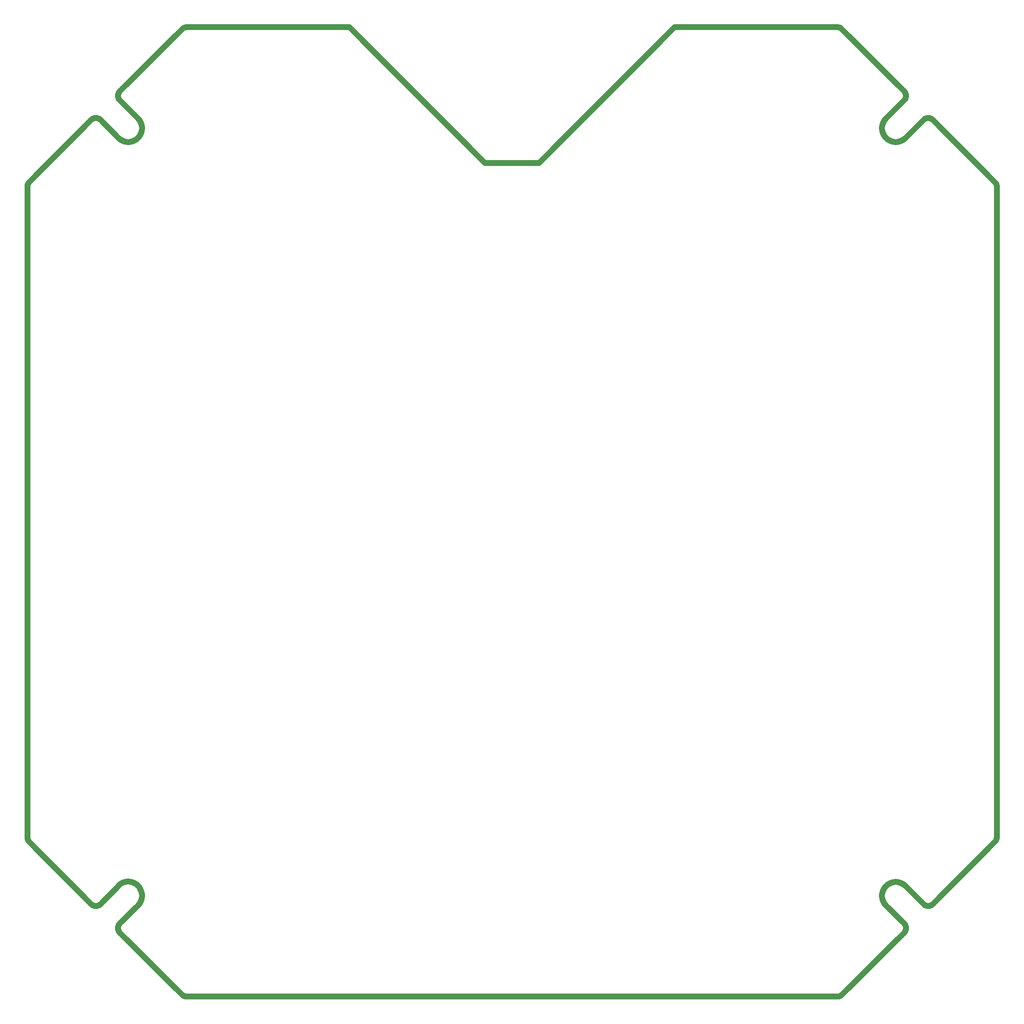
<source format=gm1>
G04*
G04 #@! TF.GenerationSoftware,Altium Limited,Altium Designer,21.9.2 (33)*
G04*
G04 Layer_Color=16711935*
%FSLAX25Y25*%
%MOIN*%
G70*
G04*
G04 #@! TF.SameCoordinates,F288ADE3-11F9-4013-B332-8579F702BAE8*
G04*
G04*
G04 #@! TF.FilePolarity,Positive*
G04*
G01*
G75*
%ADD164C,0.04724*%
D164*
X78774Y200393D02*
X93289Y214908D01*
X77399Y198719D02*
X78774Y200393D01*
X-527229Y-409659D02*
X-525073Y-409871D01*
X-529384D02*
X-527229Y-409659D01*
X-525073Y-409871D02*
X-523000Y-410500D01*
X-521090Y-411521D02*
X-519415Y-412895D01*
X-519285Y-428921D02*
X-517911Y-427246D01*
X-519415Y-412895D02*
X-518041Y-414570D01*
X-517911Y-427246D02*
X-516890Y-425336D01*
X-517911Y-414968D02*
X-516890Y-416878D01*
Y-425336D02*
X-516261Y-423263D01*
X-516890Y-416878D02*
X-516261Y-418951D01*
Y-423263D02*
X-516049Y-421107D01*
X-516261Y-418951D02*
X-516049Y-421107D01*
X-90148Y273236D02*
X39961D01*
X-198648Y164736D02*
X-90148Y273236D01*
X-480472D02*
X-350364D01*
X-241864Y164736D01*
X-198648D01*
X-481766Y273066D02*
X-480472Y273236D01*
X39961D02*
X41255Y273066D01*
X165780Y149488D02*
X166574Y148453D01*
X167074Y147247D01*
X167244Y145953D01*
Y-374480D02*
Y145953D01*
X167074Y-375774D02*
X167244Y-374480D01*
X166574Y-376980D02*
X167074Y-375774D01*
X165780Y-378016D02*
X166574Y-376980D01*
X115987Y-427808D02*
X165780Y-378016D01*
X115112Y-428507D02*
X115987Y-427808D01*
X114103Y-428992D02*
X115112Y-428507D01*
X113011Y-429242D02*
X114103Y-428992D01*
X111892Y-429242D02*
X113011D01*
X110800Y-428992D02*
X111892Y-429242D01*
X109791Y-428507D02*
X110800Y-428992D01*
X108916Y-427808D02*
X109791Y-428507D01*
X94401Y-413293D02*
X108916Y-427808D01*
X92726Y-411919D02*
X94401Y-413293D01*
X90816Y-410898D02*
X92726Y-411919D01*
X88743Y-410269D02*
X90816Y-410898D01*
X86587Y-410057D02*
X88743Y-410269D01*
X84432D02*
X86587Y-410057D01*
X82359Y-410898D02*
X84432Y-410269D01*
X80448Y-411919D02*
X82359Y-410898D01*
X78774Y-413293D02*
X80448Y-411919D01*
X77400Y-414968D02*
X78774Y-413293D01*
X76378Y-416878D02*
X77400Y-414968D01*
X75750Y-418951D02*
X76378Y-416878D01*
X75537Y-421107D02*
X75750Y-418951D01*
X75537Y-421107D02*
X75750Y-423263D01*
X76378Y-425336D01*
X77400Y-427246D01*
X78774Y-428920D01*
X93289Y-443435D01*
X93987Y-444311D01*
X94473Y-445320D01*
X94722Y-446411D01*
Y-447531D02*
Y-446411D01*
X94473Y-448622D02*
X94722Y-447531D01*
X93987Y-449631D02*
X94473Y-448622D01*
X93289Y-450507D02*
X93987Y-449631D01*
X43496Y-500299D02*
X93289Y-450507D01*
X42461Y-501094D02*
X43496Y-500299D01*
X41255Y-501593D02*
X42461Y-501094D01*
X39961Y-501764D02*
X41255Y-501593D01*
X-480472Y-501764D02*
X39961Y-501764D01*
X-481766Y-501593D02*
X-480472Y-501764D01*
X-482972Y-501094D02*
X-481766Y-501593D01*
X-484008Y-500299D02*
X-482972Y-501094D01*
X-533801Y-450507D02*
X-484008Y-500299D01*
X-534499Y-449631D02*
X-533801Y-450507D01*
X-534984Y-448623D02*
X-534499Y-449631D01*
X-535234Y-447531D02*
X-534984Y-448623D01*
X-535234Y-447531D02*
Y-446411D01*
X-534984Y-445320D01*
X-534499Y-444311D01*
X-533801Y-443435D01*
X-519285Y-428921D01*
X-523000Y-410500D02*
X-521090Y-411521D01*
X-531457Y-410500D02*
X-529384Y-409871D01*
X-533368Y-411521D02*
X-531457Y-410500D01*
X-535042Y-412895D02*
X-533368Y-411521D01*
X-549428Y-427809D02*
X-534912Y-413293D01*
X-550303Y-428507D02*
X-549428Y-427809D01*
X-551312Y-428992D02*
X-550303Y-428507D01*
X-552403Y-429242D02*
X-551312Y-428992D01*
X-553523Y-429242D02*
X-552403D01*
X-554614Y-428992D02*
X-553523Y-429242D01*
X-555623Y-428507D02*
X-554614Y-428992D01*
X-556499Y-427809D02*
X-555623Y-428507D01*
X-606291Y-378016D02*
X-556499Y-427809D01*
X-607086Y-376980D02*
X-606291Y-378016D01*
X-607585Y-375774D02*
X-607086Y-376980D01*
X-607756Y-374480D02*
X-607585Y-375774D01*
X-607756Y145953D02*
X-607756Y-374480D01*
X-607756Y145953D02*
X-607585Y147247D01*
X-607086Y148453D01*
X-606291Y149488D01*
X-556499Y199281D01*
X-555623Y199979D01*
X-554615Y200465D01*
X-553523Y200714D01*
X-552403D01*
X-551312Y200465D01*
X-550303Y199979D01*
X-549428Y199281D01*
X-534913Y184766D01*
X-533238Y183392D01*
X-531328Y182370D01*
X-529255Y181742D01*
X-527099Y181529D01*
X-524943Y181742D01*
X-522870Y182370D01*
X-520960Y183392D01*
X-519285Y184766D01*
X-517911Y186440D01*
X-516890Y188351D01*
X-516261Y190424D01*
X-516049Y192579D01*
X-516261Y194735D02*
X-516049Y192579D01*
X-516890Y196808D02*
X-516261Y194735D01*
X-517911Y198718D02*
X-516890Y196808D01*
X-519285Y200393D02*
X-517911Y198718D01*
X-533801Y214908D02*
X-519285Y200393D01*
X-534499Y215783D02*
X-533801Y214908D01*
X-534984Y216792D02*
X-534499Y215783D01*
X-535234Y217884D02*
X-534984Y216792D01*
X-535234Y217884D02*
Y219003D01*
X-534984Y220095D01*
X-534499Y221104D01*
X-533801Y221979D01*
X-484008Y271772D01*
X-482972Y272566D01*
X-481766Y273066D01*
X41255Y273066D02*
X42461Y272566D01*
X43496Y271772D01*
X93289Y221979D01*
X93987Y221104D01*
X94473Y220095D01*
X94722Y219003D01*
Y217884D02*
Y219003D01*
X94473Y216792D02*
X94722Y217884D01*
X93987Y215783D02*
X94473Y216792D01*
X93289Y214908D02*
X93987Y215783D01*
X76378Y196808D02*
X77399Y198719D01*
X75750Y194735D02*
X76378Y196808D01*
X75537Y192579D02*
X75750Y194735D01*
X75537Y192579D02*
X75750Y190424D01*
X76378Y188351D01*
X77399Y186440D01*
X78774Y184766D01*
X80448Y183392D01*
X82359Y182370D01*
X84431Y181742D01*
X86587Y181529D01*
X88743Y181742D01*
X90816Y182370D01*
X92726Y183392D01*
X94401Y184766D01*
X108916Y199281D01*
X109791Y199979D01*
X110800Y200465D01*
X111892Y200714D01*
X113011D01*
X114103Y200465D01*
X115112Y199979D01*
X115987Y199281D01*
X165780Y149488D01*
M02*

</source>
